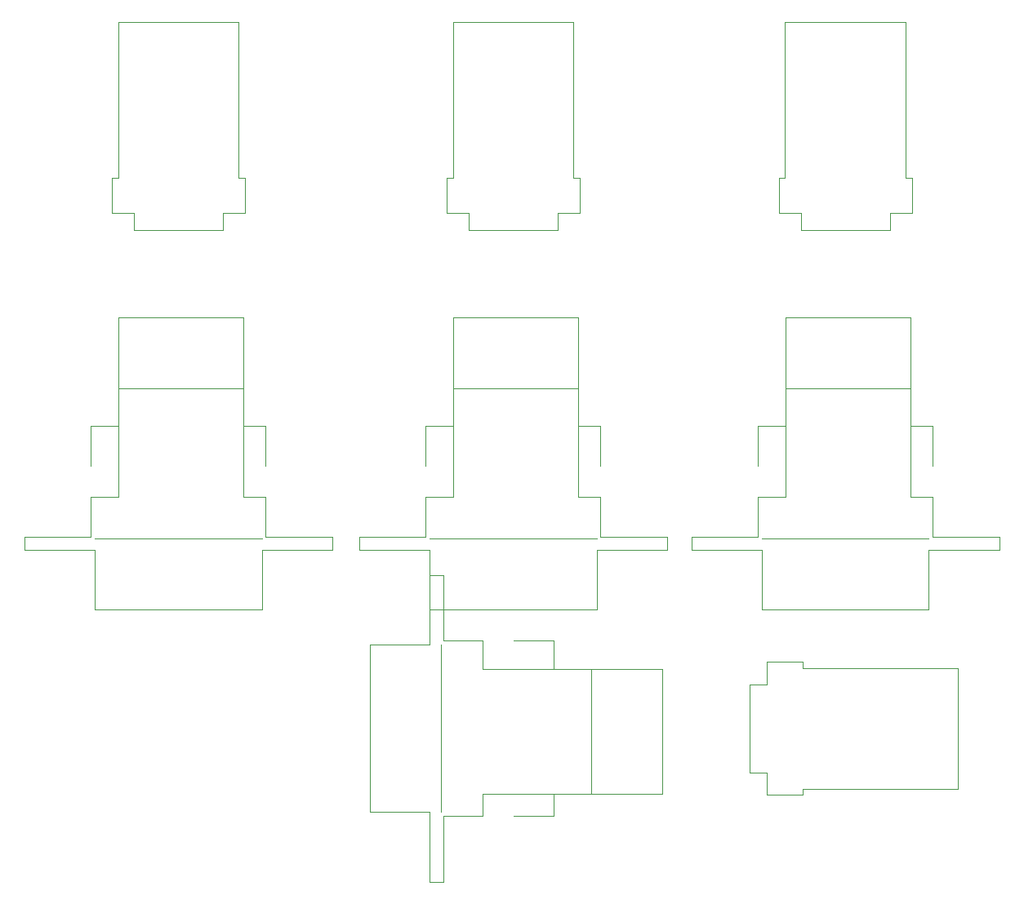
<source format=gbr>
G04 #@! TF.GenerationSoftware,KiCad,Pcbnew,5.1.9-73d0e3b20d~88~ubuntu20.04.1*
G04 #@! TF.CreationDate,2021-06-09T12:04:27-03:00*
G04 #@! TF.ProjectId,adaptador_db15_usb,61646170-7461-4646-9f72-5f646231355f,rev?*
G04 #@! TF.SameCoordinates,Original*
G04 #@! TF.FileFunction,Other,User*
%FSLAX46Y46*%
G04 Gerber Fmt 4.6, Leading zero omitted, Abs format (unit mm)*
G04 Created by KiCad (PCBNEW 5.1.9-73d0e3b20d~88~ubuntu20.04.1) date 2021-06-09 12:04:27*
%MOMM*%
%LPD*%
G01*
G04 APERTURE LIST*
%ADD10C,0.050000*%
G04 APERTURE END LIST*
D10*
X167295000Y-64595000D02*
X164995000Y-64595000D01*
X164995000Y-64595000D02*
X164995000Y-66345000D01*
X164995000Y-66345000D02*
X155795000Y-66345000D01*
X155795000Y-66345000D02*
X155795000Y-64595000D01*
X155795000Y-64595000D02*
X153495000Y-64595000D01*
X153495000Y-64595000D02*
X153495000Y-60895000D01*
X153495000Y-60895000D02*
X154145000Y-60895000D01*
X154145000Y-60895000D02*
X154145000Y-44745000D01*
X154145000Y-44745000D02*
X166645000Y-44745000D01*
X166645000Y-44745000D02*
X166645000Y-60895000D01*
X166645000Y-60895000D02*
X167295000Y-60895000D01*
X167295000Y-60895000D02*
X167295000Y-64595000D01*
X151700000Y-105710000D02*
X151700000Y-99560000D01*
X151700000Y-99560000D02*
X144450000Y-99560000D01*
X144450000Y-99560000D02*
X144450000Y-98160000D01*
X144450000Y-98160000D02*
X151300000Y-98160000D01*
X151300000Y-98160000D02*
X151300000Y-94060000D01*
X151300000Y-94060000D02*
X154200000Y-94060000D01*
X154200000Y-94060000D02*
X154200000Y-82810000D01*
X154200000Y-82810000D02*
X167150000Y-82810000D01*
X167150000Y-82810000D02*
X167150000Y-94060000D01*
X167150000Y-94060000D02*
X169450000Y-94060000D01*
X169450000Y-94060000D02*
X169450000Y-98160000D01*
X169450000Y-98160000D02*
X176350000Y-98160000D01*
X176350000Y-98160000D02*
X176350000Y-99560000D01*
X176350000Y-99560000D02*
X169050000Y-99560000D01*
X169050000Y-99560000D02*
X169050000Y-105710000D01*
X169050000Y-105710000D02*
X151700000Y-105710000D01*
X154200000Y-86700000D02*
X154200000Y-75450000D01*
X151300000Y-90800000D02*
X151300000Y-86700000D01*
X167150000Y-86700000D02*
X169450000Y-86700000D01*
X154200000Y-75450000D02*
X167150000Y-75450000D01*
X167150000Y-75450000D02*
X167150000Y-86700000D01*
X169450000Y-86700000D02*
X169450000Y-90800000D01*
X169050000Y-98350000D02*
X151700000Y-98350000D01*
X151300000Y-86700000D02*
X154200000Y-86700000D01*
X190395000Y-124975000D02*
X186695000Y-124975000D01*
X190395000Y-124325000D02*
X190395000Y-124975000D01*
X206545000Y-124325000D02*
X190395000Y-124325000D01*
X206545000Y-111825000D02*
X206545000Y-124325000D01*
X190395000Y-111825000D02*
X206545000Y-111825000D01*
X190395000Y-111175000D02*
X190395000Y-111825000D01*
X186695000Y-111175000D02*
X190395000Y-111175000D01*
X186695000Y-113475000D02*
X186695000Y-111175000D01*
X184945000Y-113475000D02*
X186695000Y-113475000D01*
X184945000Y-122675000D02*
X184945000Y-113475000D01*
X186695000Y-122675000D02*
X184945000Y-122675000D01*
X186695000Y-124975000D02*
X186695000Y-122675000D01*
X164590000Y-108980000D02*
X164590000Y-111880000D01*
X152940000Y-126730000D02*
X152940000Y-109380000D01*
X164590000Y-127130000D02*
X160490000Y-127130000D01*
X175840000Y-124830000D02*
X164590000Y-124830000D01*
X175840000Y-111880000D02*
X175840000Y-124830000D01*
X164590000Y-124830000D02*
X164590000Y-127130000D01*
X160490000Y-108980000D02*
X164590000Y-108980000D01*
X164590000Y-111880000D02*
X175840000Y-111880000D01*
X145580000Y-126730000D02*
X145580000Y-109380000D01*
X151730000Y-126730000D02*
X145580000Y-126730000D01*
X151730000Y-134030000D02*
X151730000Y-126730000D01*
X153130000Y-134030000D02*
X151730000Y-134030000D01*
X153130000Y-127130000D02*
X153130000Y-134030000D01*
X157230000Y-127130000D02*
X153130000Y-127130000D01*
X157230000Y-124830000D02*
X157230000Y-127130000D01*
X168480000Y-124830000D02*
X157230000Y-124830000D01*
X168480000Y-111880000D02*
X168480000Y-124830000D01*
X157230000Y-111880000D02*
X168480000Y-111880000D01*
X157230000Y-108980000D02*
X157230000Y-111880000D01*
X153130000Y-108980000D02*
X157230000Y-108980000D01*
X153130000Y-102130000D02*
X153130000Y-108980000D01*
X151730000Y-102130000D02*
X153130000Y-102130000D01*
X151730000Y-109380000D02*
X151730000Y-102130000D01*
X145580000Y-109380000D02*
X151730000Y-109380000D01*
X201745000Y-64595000D02*
X199445000Y-64595000D01*
X199445000Y-64595000D02*
X199445000Y-66345000D01*
X199445000Y-66345000D02*
X190245000Y-66345000D01*
X190245000Y-66345000D02*
X190245000Y-64595000D01*
X190245000Y-64595000D02*
X187945000Y-64595000D01*
X187945000Y-64595000D02*
X187945000Y-60895000D01*
X187945000Y-60895000D02*
X188595000Y-60895000D01*
X188595000Y-60895000D02*
X188595000Y-44745000D01*
X188595000Y-44745000D02*
X201095000Y-44745000D01*
X201095000Y-44745000D02*
X201095000Y-60895000D01*
X201095000Y-60895000D02*
X201745000Y-60895000D01*
X201745000Y-60895000D02*
X201745000Y-64595000D01*
X186150000Y-105710000D02*
X186150000Y-99560000D01*
X186150000Y-99560000D02*
X178900000Y-99560000D01*
X178900000Y-99560000D02*
X178900000Y-98160000D01*
X178900000Y-98160000D02*
X185750000Y-98160000D01*
X185750000Y-98160000D02*
X185750000Y-94060000D01*
X185750000Y-94060000D02*
X188650000Y-94060000D01*
X188650000Y-94060000D02*
X188650000Y-82810000D01*
X188650000Y-82810000D02*
X201600000Y-82810000D01*
X201600000Y-82810000D02*
X201600000Y-94060000D01*
X201600000Y-94060000D02*
X203900000Y-94060000D01*
X203900000Y-94060000D02*
X203900000Y-98160000D01*
X203900000Y-98160000D02*
X210800000Y-98160000D01*
X210800000Y-98160000D02*
X210800000Y-99560000D01*
X210800000Y-99560000D02*
X203500000Y-99560000D01*
X203500000Y-99560000D02*
X203500000Y-105710000D01*
X203500000Y-105710000D02*
X186150000Y-105710000D01*
X188650000Y-86700000D02*
X188650000Y-75450000D01*
X185750000Y-90800000D02*
X185750000Y-86700000D01*
X201600000Y-86700000D02*
X203900000Y-86700000D01*
X188650000Y-75450000D02*
X201600000Y-75450000D01*
X201600000Y-75450000D02*
X201600000Y-86700000D01*
X203900000Y-86700000D02*
X203900000Y-90800000D01*
X203500000Y-98350000D02*
X186150000Y-98350000D01*
X185750000Y-86700000D02*
X188650000Y-86700000D01*
X132595000Y-60895000D02*
X132595000Y-64595000D01*
X131945000Y-60895000D02*
X132595000Y-60895000D01*
X131945000Y-44745000D02*
X131945000Y-60895000D01*
X119445000Y-44745000D02*
X131945000Y-44745000D01*
X119445000Y-60895000D02*
X119445000Y-44745000D01*
X118795000Y-60895000D02*
X119445000Y-60895000D01*
X118795000Y-64595000D02*
X118795000Y-60895000D01*
X121095000Y-64595000D02*
X118795000Y-64595000D01*
X121095000Y-66345000D02*
X121095000Y-64595000D01*
X130295000Y-66345000D02*
X121095000Y-66345000D01*
X130295000Y-64595000D02*
X130295000Y-66345000D01*
X132595000Y-64595000D02*
X130295000Y-64595000D01*
X116600000Y-86700000D02*
X119500000Y-86700000D01*
X134350000Y-98350000D02*
X117000000Y-98350000D01*
X134750000Y-86700000D02*
X134750000Y-90800000D01*
X132450000Y-75450000D02*
X132450000Y-86700000D01*
X119500000Y-75450000D02*
X132450000Y-75450000D01*
X132450000Y-86700000D02*
X134750000Y-86700000D01*
X116600000Y-90800000D02*
X116600000Y-86700000D01*
X119500000Y-86700000D02*
X119500000Y-75450000D01*
X134350000Y-105710000D02*
X117000000Y-105710000D01*
X134350000Y-99560000D02*
X134350000Y-105710000D01*
X141650000Y-99560000D02*
X134350000Y-99560000D01*
X141650000Y-98160000D02*
X141650000Y-99560000D01*
X134750000Y-98160000D02*
X141650000Y-98160000D01*
X134750000Y-94060000D02*
X134750000Y-98160000D01*
X132450000Y-94060000D02*
X134750000Y-94060000D01*
X132450000Y-82810000D02*
X132450000Y-94060000D01*
X119500000Y-82810000D02*
X132450000Y-82810000D01*
X119500000Y-94060000D02*
X119500000Y-82810000D01*
X116600000Y-94060000D02*
X119500000Y-94060000D01*
X116600000Y-98160000D02*
X116600000Y-94060000D01*
X109750000Y-98160000D02*
X116600000Y-98160000D01*
X109750000Y-99560000D02*
X109750000Y-98160000D01*
X117000000Y-99560000D02*
X109750000Y-99560000D01*
X117000000Y-105710000D02*
X117000000Y-99560000D01*
M02*

</source>
